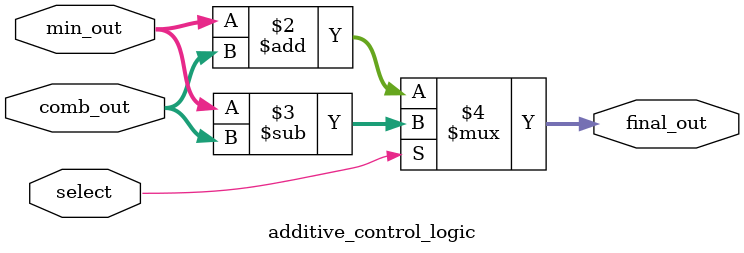
<source format=v>
module top_module (
    input wire clk,
    input wire reset,
    input wire [7:0] a, b, c, d,     // Input ports for the minimum circuit
    input wire [7:0] in_hi,          // Input port for the combinational circuit
    input wire [7:0] in_lo,          // Input port for the combinational circuit
    input wire select,               // Select input to choose between the two given modules
    output wire [7:0] min_out,       // Output port from the minimum circuit
    output wire [15:0] comb_out,     // Output port from the combinational circuit
    output wire [15:0] final_out     // Final output from the functional module
);

// Instantiate the minimum circuit module
minimum_circuit min_circuit(
    .a(a),
    .b(b),
    .c(c),
    .d(d),
    .out(min_out)
);

// Instantiate the combinational circuit module
combinational_circuit comb_circuit(
    .in_hi(in_hi),
    .in_lo(in_lo),
    .out(comb_out)
);

// Instantiate the addictive control logic module
additive_control_logic add_control(
    .select(select),
    .min_out(min_out),
    .comb_out(comb_out),
    .final_out(final_out)
);

endmodule

// Define the minimum circuit module
module minimum_circuit (
    input wire [7:0] a,
    input wire [7:0] b,
    input wire [7:0] c,
    input wire [7:0] d,
    output wire [7:0] out
);

// Find the minimum value of the four input values
assign out = (a < b) ? ((a < c) ? ((a < d) ? a : d) : ((c < d) ? c : d)) : ((b < c) ? ((b < d) ? b : d) : ((c < d) ? c : d));

endmodule

// Define the combinational circuit module
module combinational_circuit (
    input wire [7:0] in_hi,
    input wire [7:0] in_lo,
    output wire [15:0] out
);

// Combine the two input bytes into a half-word
assign out = {in_hi, in_lo};

endmodule

// Define the addictive control logic module
module additive_control_logic (
    input wire select,
    input wire [7:0] min_out,
    input wire [15:0] comb_out,
    output wire [15:0] final_out
);

// Choose between the two given modules based on the select input and compute the final output
assign final_out = (select == 1'b0) ? (min_out + comb_out) : (min_out - comb_out);

endmodule
</source>
